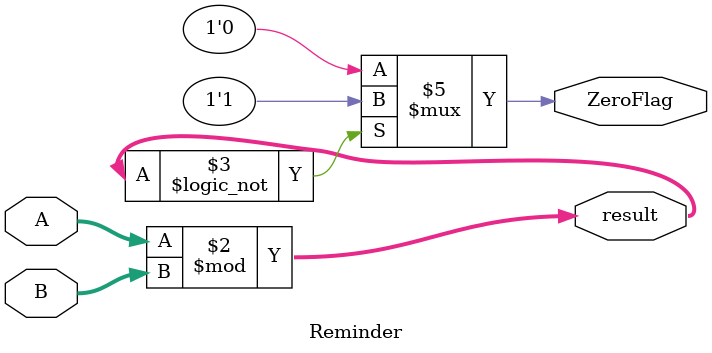
<source format=v>
module Reminder (A, B, result,ZeroFlag);
input  [7:0] A;  
input  [7:0] B;  
output [7:0] result;  
output ZeroFlag;  
reg [7:0] result;
reg ZeroFlag;  

always @(A or B)
begin
     result = A%B;

 if(result == 8'b00000000)
   ZeroFlag =1;
   else 
    ZeroFlag =0;

end
endmodule

</source>
